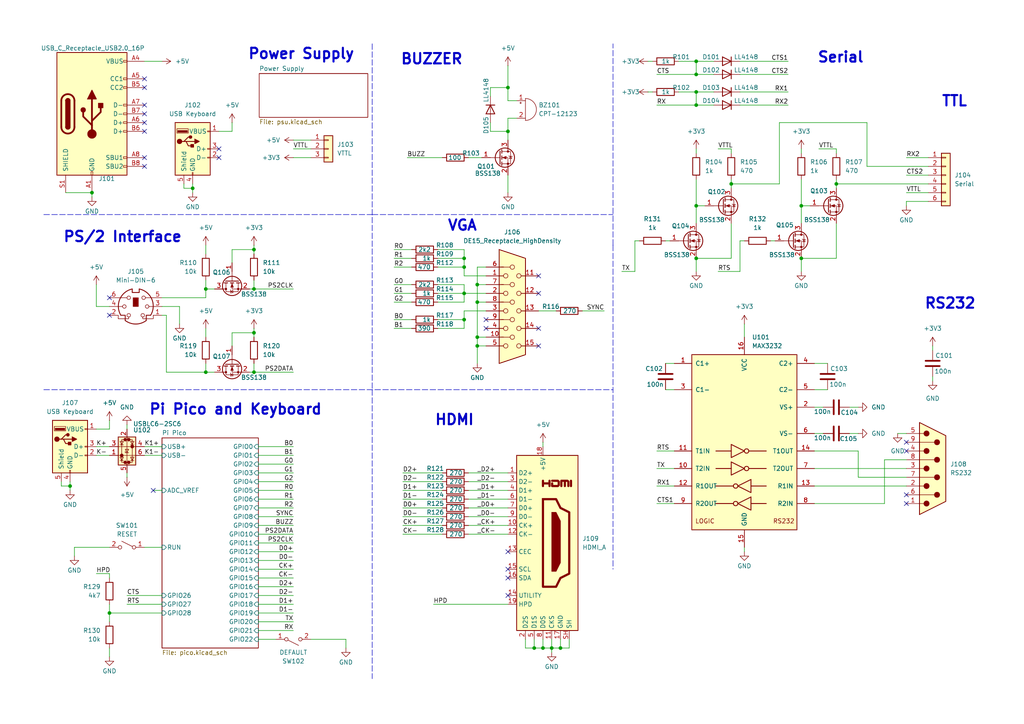
<source format=kicad_sch>
(kicad_sch (version 20231120) (generator "eeschema") (generator_version "8.0")
  (paper "A4")
  (title_block (title "VersaTerm Synthron Adaptation") (date "2024-09-26") (rev "1.0") (company "Synthron"))
  (junction (at 147.32 25.4))
  (junction (at 138.43 97.79))
  (junction (at 134.62 74.93))
  (junction (at 201.93 74.93))
  (junction (at 160.02 187.96))
  (junction (at 242.57 53.34))
  (junction (at 31.75 177.8))
  (junction (at 138.43 82.55))
  (junction (at 138.43 87.63))
  (junction (at 201.93 59.69))
  (junction (at 59.69 107.95))
  (junction (at 59.69 83.82))
  (junction (at 73.66 107.95))
  (junction (at 134.62 85.09))
  (junction (at 20.32 140.97))
  (junction (at 232.41 59.69))
  (junction (at 201.93 17.78))
  (junction (at 201.93 26.67))
  (junction (at 138.43 100.33))
  (junction (at 162.56 187.96))
  (junction (at 147.32 38.1))
  (junction (at 157.48 187.96))
  (junction (at 134.62 77.47))
  (junction (at 232.41 74.93))
  (junction (at 212.09 53.34))
  (junction (at 55.88 54.61))
  (junction (at 201.93 30.48))
  (junction (at 73.66 83.82))
  (junction (at 154.94 187.96))
  (junction (at 201.93 21.59))
  (junction (at 134.62 92.71))
  (junction (at 73.66 96.52))
  (junction (at 73.66 72.39))
  (junction (at 26.67 55.88))
  (no_connect (at 31.75 91.44))
  (no_connect (at 41.91 22.86))
  (no_connect (at 63.5 43.18))
  (no_connect (at 147.32 160.02))
  (no_connect (at 147.32 172.72))
  (no_connect (at 31.75 86.36))
  (no_connect (at 140.97 92.71))
  (no_connect (at 41.91 30.48))
  (no_connect (at 156.21 100.33))
  (no_connect (at 41.91 35.56))
  (no_connect (at 156.21 95.25))
  (no_connect (at 41.91 38.1))
  (no_connect (at 156.21 85.09))
  (no_connect (at 262.89 128.27))
  (no_connect (at 41.91 48.26))
  (no_connect (at 41.91 33.02))
  (no_connect (at 140.97 95.25))
  (no_connect (at 63.5 45.72))
  (no_connect (at 262.89 130.81))
  (no_connect (at 147.32 167.64))
  (no_connect (at 41.91 45.72))
  (no_connect (at 44.45 142.24))
  (no_connect (at 156.21 80.01))
  (no_connect (at 262.89 146.05))
  (no_connect (at 41.91 25.4))
  (no_connect (at 262.89 143.51))
  (no_connect (at 147.32 165.1))
  (wire (pts (xy 85.09 165.1) (xy 74.93 165.1)))
  (wire (pts (xy 270.51 109.22) (xy 270.51 110.49)))
  (wire (pts (xy 116.84 139.7) (xy 128.27 139.7)))
  (wire (pts (xy 41.91 132.08) (xy 46.99 132.08)))
  (wire (pts (xy 59.69 86.36) (xy 59.69 83.82)))
  (wire (pts (xy 52.07 93.98) (xy 52.07 88.9)))
  (wire (pts (xy 67.31 38.1) (xy 63.5 38.1)))
  (wire (pts (xy 251.46 48.26) (xy 269.24 48.26)))
  (wire (pts (xy 242.57 64.77) (xy 242.57 74.93)))
  (wire (pts (xy 212.09 64.77) (xy 212.09 74.93)))
  (wire (pts (xy 236.22 125.73) (xy 238.76 125.73)))
  (polyline (pts (xy 107.95 12.7) (xy 107.95 113.03)) (stroke (width 0) (type dash)))
  (wire (pts (xy 114.3 82.55) (xy 119.38 82.55)))
  (wire (pts (xy 135.89 45.72) (xy 139.7 45.72)))
  (wire (pts (xy 116.84 149.86) (xy 128.27 149.86)))
  (wire (pts (xy 201.93 30.48) (xy 201.93 26.67)))
  (wire (pts (xy 85.09 167.64) (xy 74.93 167.64)))
  (wire (pts (xy 73.66 71.12) (xy 73.66 72.39)))
  (wire (pts (xy 85.09 132.08) (xy 74.93 132.08)))
  (wire (pts (xy 201.93 52.07) (xy 201.93 59.69)))
  (wire (pts (xy 20.32 140.97) (xy 20.32 142.24)))
  (wire (pts (xy 134.62 87.63) (xy 134.62 85.09)))
  (wire (pts (xy 20.32 139.7) (xy 20.32 140.97)))
  (wire (pts (xy 262.89 45.72) (xy 269.24 45.72)))
  (wire (pts (xy 31.75 175.26) (xy 31.75 177.8)))
  (wire (pts (xy 193.04 105.41) (xy 195.58 105.41)))
  (wire (pts (xy 134.62 77.47) (xy 134.62 80.01)))
  (wire (pts (xy 85.09 172.72) (xy 74.93 172.72)))
  (wire (pts (xy 85.09 175.26) (xy 74.93 175.26)))
  (wire (pts (xy 135.89 152.4) (xy 147.32 152.4)))
  (wire (pts (xy 212.09 53.34) (xy 226.06 53.34)))
  (wire (pts (xy 157.48 187.96) (xy 154.94 187.96)))
  (wire (pts (xy 62.23 83.82) (xy 59.69 83.82)))
  (wire (pts (xy 74.93 149.86) (xy 85.09 149.86)))
  (wire (pts (xy 152.4 187.96) (xy 152.4 185.42)))
  (wire (pts (xy 114.3 95.25) (xy 119.38 95.25)))
  (wire (pts (xy 85.09 160.02) (xy 74.93 160.02)))
  (polyline (pts (xy 107.95 113.03) (xy 107.95 196.85)) (stroke (width 0) (type dash)))
  (wire (pts (xy 142.24 35.56) (xy 142.24 38.1)))
  (wire (pts (xy 156.21 90.17) (xy 161.29 90.17)))
  (wire (pts (xy 232.41 59.69) (xy 232.41 64.77)))
  (wire (pts (xy 85.09 162.56) (xy 74.93 162.56)))
  (wire (pts (xy 134.62 72.39) (xy 134.62 74.93)))
  (wire (pts (xy 208.28 43.18) (xy 212.09 43.18)))
  (wire (pts (xy 232.41 74.93) (xy 232.41 78.74)))
  (wire (pts (xy 138.43 87.63) (xy 140.97 87.63)))
  (wire (pts (xy 127 85.09) (xy 134.62 85.09)))
  (wire (pts (xy 59.69 95.25) (xy 59.69 97.79)))
  (wire (pts (xy 135.89 139.7) (xy 147.32 139.7)))
  (wire (pts (xy 201.93 17.78) (xy 207.01 17.78)))
  (wire (pts (xy 21.59 158.75) (xy 21.59 161.29)))
  (wire (pts (xy 116.84 147.32) (xy 128.27 147.32)))
  (wire (pts (xy 190.5 146.05) (xy 195.58 146.05)))
  (wire (pts (xy 114.3 72.39) (xy 119.38 72.39)))
  (wire (pts (xy 116.84 154.94) (xy 128.27 154.94)))
  (wire (pts (xy 85.09 129.54) (xy 74.93 129.54)))
  (wire (pts (xy 147.32 25.4) (xy 147.32 19.05)))
  (wire (pts (xy 48.26 91.44) (xy 46.99 91.44)))
  (wire (pts (xy 134.62 74.93) (xy 134.62 77.47)))
  (polyline (pts (xy 12.7 113.03) (xy 177.8 113.03)) (stroke (width 0) (type dash)))
  (wire (pts (xy 114.3 77.47) (xy 119.38 77.47)))
  (wire (pts (xy 127 77.47) (xy 134.62 77.47)))
  (wire (pts (xy 242.57 53.34) (xy 242.57 54.61)))
  (wire (pts (xy 74.93 180.34) (xy 85.09 180.34)))
  (wire (pts (xy 242.57 43.18) (xy 242.57 44.45)))
  (wire (pts (xy 116.84 137.16) (xy 128.27 137.16)))
  (wire (pts (xy 55.88 54.61) (xy 55.88 55.88)))
  (wire (pts (xy 135.89 149.86) (xy 147.32 149.86)))
  (wire (pts (xy 85.09 170.18) (xy 74.93 170.18)))
  (wire (pts (xy 53.34 53.34) (xy 53.34 54.61)))
  (polyline (pts (xy 12.7 62.23) (xy 107.95 62.23)) (stroke (width 0) (type dash)))
  (wire (pts (xy 36.83 175.26) (xy 46.99 175.26)))
  (wire (pts (xy 138.43 82.55) (xy 138.43 87.63)))
  (wire (pts (xy 214.63 78.74) (xy 214.63 69.85)))
  (wire (pts (xy 184.15 78.74) (xy 184.15 69.85)))
  (wire (pts (xy 256.54 146.05) (xy 256.54 133.35)))
  (wire (pts (xy 53.34 54.61) (xy 55.88 54.61)))
  (wire (pts (xy 62.23 107.95) (xy 59.69 107.95)))
  (wire (pts (xy 142.24 38.1) (xy 147.32 38.1)))
  (wire (pts (xy 236.22 105.41) (xy 240.03 105.41)))
  (wire (pts (xy 160.02 185.42) (xy 160.02 187.96)))
  (wire (pts (xy 212.09 53.34) (xy 212.09 54.61)))
  (wire (pts (xy 72.39 83.82) (xy 73.66 83.82)))
  (wire (pts (xy 59.69 107.95) (xy 59.69 105.41)))
  (wire (pts (xy 246.38 118.11) (xy 248.92 118.11)))
  (wire (pts (xy 147.32 40.64) (xy 147.32 38.1)))
  (wire (pts (xy 201.93 26.67) (xy 207.01 26.67)))
  (wire (pts (xy 214.63 26.67) (xy 228.6 26.67)))
  (wire (pts (xy 52.07 88.9) (xy 46.99 88.9)))
  (wire (pts (xy 138.43 100.33) (xy 138.43 105.41)))
  (wire (pts (xy 236.22 140.97) (xy 262.89 140.97)))
  (wire (pts (xy 236.22 118.11) (xy 238.76 118.11)))
  (wire (pts (xy 134.62 85.09) (xy 140.97 85.09)))
  (wire (pts (xy 232.41 59.69) (xy 234.95 59.69)))
  (wire (pts (xy 207.01 21.59) (xy 201.93 21.59)))
  (wire (pts (xy 147.32 29.21) (xy 147.32 25.4)))
  (wire (pts (xy 140.97 77.47) (xy 138.43 77.47)))
  (wire (pts (xy 73.66 96.52) (xy 73.66 97.79)))
  (wire (pts (xy 187.96 17.78) (xy 189.23 17.78)))
  (wire (pts (xy 157.48 185.42) (xy 157.48 187.96)))
  (wire (pts (xy 165.1 187.96) (xy 162.56 187.96)))
  (wire (pts (xy 212.09 43.18) (xy 212.09 44.45)))
  (wire (pts (xy 196.85 26.67) (xy 201.93 26.67)))
  (wire (pts (xy 27.94 132.08) (xy 31.75 132.08)))
  (wire (pts (xy 36.83 172.72) (xy 46.99 172.72)))
  (wire (pts (xy 72.39 107.95) (xy 73.66 107.95)))
  (wire (pts (xy 31.75 121.92) (xy 31.75 124.46)))
  (wire (pts (xy 135.89 154.94) (xy 147.32 154.94)))
  (wire (pts (xy 135.89 144.78) (xy 147.32 144.78)))
  (wire (pts (xy 214.63 30.48) (xy 228.6 30.48)))
  (wire (pts (xy 246.38 125.73) (xy 248.92 125.73)))
  (wire (pts (xy 214.63 21.59) (xy 228.6 21.59)))
  (wire (pts (xy 142.24 27.94) (xy 142.24 25.4)))
  (wire (pts (xy 67.31 35.56) (xy 67.31 38.1)))
  (wire (pts (xy 147.32 38.1) (xy 147.32 34.29)))
  (wire (pts (xy 127 72.39) (xy 134.62 72.39)))
  (polyline (pts (xy 107.95 62.23) (xy 177.8 62.23)) (stroke (width 0) (type dash)))
  (wire (pts (xy 134.62 90.17) (xy 140.97 90.17)))
  (wire (pts (xy 48.26 107.95) (xy 48.26 91.44)))
  (wire (pts (xy 73.66 72.39) (xy 67.31 72.39)))
  (wire (pts (xy 17.78 140.97) (xy 20.32 140.97)))
  (wire (pts (xy 17.78 139.7) (xy 17.78 140.97)))
  (wire (pts (xy 85.09 177.8) (xy 74.93 177.8)))
  (wire (pts (xy 201.93 43.18) (xy 201.93 44.45)))
  (wire (pts (xy 134.62 92.71) (xy 134.62 90.17)))
  (wire (pts (xy 74.93 157.48) (xy 85.09 157.48)))
  (wire (pts (xy 100.33 185.42) (xy 100.33 187.96)))
  (wire (pts (xy 232.41 52.07) (xy 232.41 59.69)))
  (wire (pts (xy 138.43 82.55) (xy 140.97 82.55)))
  (wire (pts (xy 242.57 53.34) (xy 269.24 53.34)))
  (wire (pts (xy 215.9 93.98) (xy 215.9 97.79)))
  (wire (pts (xy 127 87.63) (xy 134.62 87.63)))
  (wire (pts (xy 140.97 100.33) (xy 138.43 100.33)))
  (wire (pts (xy 73.66 72.39) (xy 73.66 73.66)))
  (wire (pts (xy 85.09 142.24) (xy 74.93 142.24)))
  (wire (pts (xy 44.45 142.24) (xy 46.99 142.24)))
  (wire (pts (xy 114.3 74.93) (xy 119.38 74.93)))
  (wire (pts (xy 242.57 74.93) (xy 232.41 74.93)))
  (wire (pts (xy 116.84 142.24) (xy 128.27 142.24)))
  (wire (pts (xy 138.43 87.63) (xy 138.43 97.79)))
  (wire (pts (xy 201.93 59.69) (xy 204.47 59.69)))
  (wire (pts (xy 67.31 72.39) (xy 67.31 76.2)))
  (wire (pts (xy 31.75 177.8) (xy 31.75 180.34)))
  (wire (pts (xy 27.94 166.37) (xy 31.75 166.37)))
  (wire (pts (xy 41.91 129.54) (xy 46.99 129.54)))
  (wire (pts (xy 262.89 55.88) (xy 269.24 55.88)))
  (wire (pts (xy 46.99 86.36) (xy 59.69 86.36)))
  (wire (pts (xy 73.66 96.52) (xy 67.31 96.52)))
  (wire (pts (xy 31.75 158.75) (xy 21.59 158.75)))
  (wire (pts (xy 85.09 137.16) (xy 74.93 137.16)))
  (wire (pts (xy 196.85 17.78) (xy 201.93 17.78)))
  (wire (pts (xy 262.89 58.42) (xy 262.89 59.69)))
  (wire (pts (xy 116.84 152.4) (xy 128.27 152.4)))
  (wire (pts (xy 85.09 139.7) (xy 74.93 139.7)))
  (wire (pts (xy 85.09 144.78) (xy 74.93 144.78)))
  (wire (pts (xy 201.93 21.59) (xy 201.93 17.78)))
  (wire (pts (xy 168.91 90.17) (xy 175.26 90.17)))
  (wire (pts (xy 190.5 135.89) (xy 195.58 135.89)))
  (wire (pts (xy 147.32 34.29) (xy 149.86 34.29)))
  (wire (pts (xy 160.02 187.96) (xy 160.02 189.23)))
  (wire (pts (xy 27.94 82.55) (xy 27.94 88.9)))
  (wire (pts (xy 85.09 147.32) (xy 74.93 147.32)))
  (wire (pts (xy 67.31 96.52) (xy 67.31 100.33)))
  (wire (pts (xy 236.22 130.81) (xy 248.92 130.81)))
  (wire (pts (xy 26.67 55.88) (xy 26.67 57.15)))
  (wire (pts (xy 190.5 21.59) (xy 201.93 21.59)))
  (wire (pts (xy 160.02 187.96) (xy 157.48 187.96)))
  (polyline (pts (xy 177.8 71.12) (xy 177.8 165.1)) (stroke (width 0) (type dash)))
  (wire (pts (xy 85.09 45.72) (xy 90.17 45.72)))
  (wire (pts (xy 190.5 30.48) (xy 201.93 30.48)))
  (wire (pts (xy 74.93 185.42) (xy 80.01 185.42)))
  (wire (pts (xy 31.75 177.8) (xy 46.99 177.8)))
  (wire (pts (xy 138.43 97.79) (xy 140.97 97.79)))
  (wire (pts (xy 31.75 166.37) (xy 31.75 167.64)))
  (wire (pts (xy 55.88 53.34) (xy 55.88 54.61)))
  (wire (pts (xy 134.62 80.01) (xy 140.97 80.01)))
  (wire (pts (xy 74.93 152.4) (xy 85.09 152.4)))
  (wire (pts (xy 138.43 77.47) (xy 138.43 82.55)))
  (wire (pts (xy 127 82.55) (xy 134.62 82.55)))
  (wire (pts (xy 201.93 59.69) (xy 201.93 64.77)))
  (wire (pts (xy 74.93 154.94) (xy 85.09 154.94)))
  (wire (pts (xy 127 95.25) (xy 134.62 95.25)))
  (wire (pts (xy 212.09 52.07) (xy 212.09 53.34)))
  (wire (pts (xy 256.54 133.35) (xy 262.89 133.35)))
  (wire (pts (xy 248.92 130.81) (xy 248.92 138.43)))
  (wire (pts (xy 236.22 113.03) (xy 240.03 113.03)))
  (wire (pts (xy 135.89 147.32) (xy 147.32 147.32)))
  (wire (pts (xy 73.66 107.95) (xy 73.66 105.41)))
  (wire (pts (xy 138.43 97.79) (xy 138.43 100.33)))
  (wire (pts (xy 41.91 17.78) (xy 46.99 17.78)))
  (wire (pts (xy 19.05 55.88) (xy 26.67 55.88)))
  (wire (pts (xy 242.57 52.07) (xy 242.57 53.34)))
  (wire (pts (xy 226.06 53.34) (xy 226.06 35.56)))
  (wire (pts (xy 134.62 95.25) (xy 134.62 92.71)))
  (wire (pts (xy 85.09 43.18) (xy 90.17 43.18)))
  (wire (pts (xy 73.66 95.25) (xy 73.66 96.52)))
  (wire (pts (xy 73.66 107.95) (xy 85.09 107.95)))
  (wire (pts (xy 208.28 78.74) (xy 214.63 78.74)))
  (wire (pts (xy 116.84 144.78) (xy 128.27 144.78)))
  (wire (pts (xy 251.46 35.56) (xy 251.46 48.26)))
  (wire (pts (xy 134.62 82.55) (xy 134.62 85.09)))
  (wire (pts (xy 135.89 142.24) (xy 147.32 142.24)))
  (wire (pts (xy 142.24 25.4) (xy 147.32 25.4)))
  (wire (pts (xy 127 74.93) (xy 134.62 74.93)))
  (wire (pts (xy 85.09 40.64) (xy 90.17 40.64)))
  (wire (pts (xy 46.99 158.75) (xy 41.91 158.75)))
  (wire (pts (xy 74.93 182.88) (xy 85.09 182.88)))
  (wire (pts (xy 223.52 69.85) (xy 224.79 69.85)))
  (wire (pts (xy 59.69 71.12) (xy 59.69 73.66)))
  (wire (pts (xy 114.3 92.71) (xy 119.38 92.71)))
  (wire (pts (xy 157.48 128.27) (xy 157.48 129.54)))
  (wire (pts (xy 248.92 138.43) (xy 262.89 138.43)))
  (wire (pts (xy 73.66 83.82) (xy 73.66 81.28)))
  (wire (pts (xy 260.35 125.73) (xy 262.89 125.73)))
  (wire (pts (xy 187.96 26.67) (xy 189.23 26.67)))
  (wire (pts (xy 212.09 74.93) (xy 201.93 74.93)))
  (wire (pts (xy 262.89 50.8) (xy 269.24 50.8)))
  (wire (pts (xy 154.94 187.96) (xy 152.4 187.96)))
  (wire (pts (xy 269.24 58.42) (xy 262.89 58.42)))
  (wire (pts (xy 59.69 83.82) (xy 59.69 81.28)))
  (wire (pts (xy 214.63 69.85) (xy 215.9 69.85)))
  (wire (pts (xy 190.5 140.97) (xy 195.58 140.97)))
  (wire (pts (xy 59.69 107.95) (xy 48.26 107.95)))
  (wire (pts (xy 193.04 113.03) (xy 195.58 113.03)))
  (wire (pts (xy 27.94 129.54) (xy 31.75 129.54)))
  (wire (pts (xy 149.86 29.21) (xy 147.32 29.21)))
  (wire (pts (xy 165.1 185.42) (xy 165.1 187.96)))
  (wire (pts (xy 114.3 87.63) (xy 119.38 87.63)))
  (wire (pts (xy 201.93 74.93) (xy 201.93 78.74)))
  (wire (pts (xy 36.83 138.43) (xy 36.83 137.16)))
  (wire (pts (xy 127 92.71) (xy 134.62 92.71)))
  (wire (pts (xy 190.5 130.81) (xy 195.58 130.81)))
  (wire (pts (xy 27.94 88.9) (xy 31.75 88.9)))
  (wire (pts (xy 236.22 135.89) (xy 262.89 135.89)))
  (wire (pts (xy 31.75 187.96) (xy 31.75 190.5)))
  (wire (pts (xy 270.51 100.33) (xy 270.51 101.6)))
  (wire (pts (xy 73.66 83.82) (xy 85.09 83.82)))
  (wire (pts (xy 162.56 187.96) (xy 160.02 187.96)))
  (wire (pts (xy 128.27 45.72) (xy 118.11 45.72)))
  (wire (pts (xy 31.75 124.46) (xy 27.94 124.46)))
  (wire (pts (xy 236.22 146.05) (xy 256.54 146.05)))
  (wire (pts (xy 237.49 43.18) (xy 242.57 43.18)))
  (wire (pts (xy 114.3 85.09) (xy 119.38 85.09)))
  (wire (pts (xy 193.04 69.85) (xy 194.31 69.85)))
  (wire (pts (xy 154.94 185.42) (xy 154.94 187.96)))
  (wire (pts (xy 214.63 17.78) (xy 228.6 17.78)))
  (wire (pts (xy 90.17 185.42) (xy 100.33 185.42)))
  (wire (pts (xy 36.83 124.46) (xy 36.83 123.19)))
  (wire (pts (xy 232.41 43.18) (xy 232.41 44.45)))
  (wire (pts (xy 147.32 55.88) (xy 147.32 50.8)))
  (wire (pts (xy 226.06 35.56) (xy 251.46 35.56)))
  (wire (pts (xy 215.9 158.75) (xy 215.9 160.02)))
  (wire (pts (xy 125.73 175.26) (xy 147.32 175.26)))
  (wire (pts (xy 85.09 134.62) (xy 74.93 134.62)))
  (wire (pts (xy 180.34 78.74) (xy 184.15 78.74)))
  (wire (pts (xy 184.15 69.85) (xy 185.42 69.85)))
  (wire (pts (xy 207.01 30.48) (xy 201.93 30.48)))
  (polyline (pts (xy 177.8 71.12) (xy 177.8 12.7)) (stroke (width 0) (type dash)))
  (wire (pts (xy 135.89 137.16) (xy 147.32 137.16)))
  (wire (pts (xy 162.56 185.42) (xy 162.56 187.96)))
  (text "Pi Pico and Keyboard" (at 68.326 118.872 0) (effects (font (size 3 3) (thickness 0.6) (bold yes))))
  (text "Serial" (at 243.84 16.764 0) (effects (font (size 3 3) (thickness 0.6) (bold yes))))
  (text "HDMI" (at 131.826 121.92 0) (effects (font (size 3 3) (thickness 0.6) (bold yes))))
  (text "BUZZER" (at 125.222 17.272 0) (effects (font (size 3 3) (thickness 0.6) (bold yes))))
  (text "VGA" (at 134.112 65.532 0) (effects (font (size 3 3) (thickness 0.6) (bold yes))))
  (text "TTL" (at 276.86 29.464 0) (effects (font (size 3 3) (thickness 0.6) (bold yes))))
  (text "PS/2 Interface" (at 35.56 68.834 0) (effects (font (size 3 3) (thickness 0.6) (bold yes))))
  (text "Power Supply" (at 87.376 15.748 0) (effects (font (size 3 3) (thickness 0.6) (bold yes))))
  (text "RS232" (at 275.59 88.138 0) (effects (font (size 3 3) (thickness 0.6) (bold yes))))
  (label "VTTL" (at 262.89 55.88 0) (effects (font (thickness 0.1588))))
  (label "_CK-" (at 138.43 154.94 0))
  (label "K+" (at 27.94 129.54 0))
  (label "RTS" (at 208.28 78.74 0))
  (label "VTTL" (at 237.49 43.18 0) (effects (font (thickness 0.1588))))
  (label "D0-" (at 85.09 162.56 180))
  (label "PS2CLK" (at 85.09 83.82 180))
  (label "G1" (at 114.3 85.09 0))
  (label "CTS2" (at 262.89 50.8 0) (effects (font (thickness 0.1588))))
  (label "D2-" (at 116.84 139.7 0))
  (label "B1" (at 114.3 95.25 0))
  (label "R0" (at 114.3 72.39 0))
  (label "R1" (at 114.3 74.93 0))
  (label "B1" (at 85.09 132.08 180))
  (label "_D1-" (at 138.43 144.78 0))
  (label "VTTL" (at 208.28 43.18 0) (effects (font (thickness 0.1588))))
  (label "G2" (at 114.3 87.63 0))
  (label "BUZZ" (at 118.11 45.72 0))
  (label "CTS" (at 36.83 172.72 0))
  (label "_D1+" (at 138.43 142.24 0))
  (label "RX2" (at 262.89 45.72 0) (effects (font (thickness 0.1588))))
  (label "RTS" (at 36.83 175.26 0))
  (label "D0-" (at 116.84 149.86 0))
  (label "TX" (at 180.34 78.74 0))
  (label "PS2DATA" (at 85.09 154.94 180))
  (label "CK+" (at 85.09 165.1 180))
  (label "CTS2" (at 228.6 21.59 180) (effects (font (thickness 0.1588))))
  (label "HPD" (at 125.73 175.26 0))
  (label "G2" (at 85.09 139.7 180))
  (label "TX" (at 85.09 180.34 180))
  (label "SYNC" (at 85.09 149.86 180))
  (label "D1+" (at 116.84 142.24 0))
  (label "RX" (at 190.5 30.48 0) (effects (font (thickness 0.1588))))
  (label "K1+" (at 41.91 129.54 0))
  (label "_D2+" (at 138.43 137.16 0))
  (label "CK+" (at 116.84 152.4 0))
  (label "D1-" (at 116.84 144.78 0))
  (label "TX" (at 190.5 135.89 0))
  (label "_CK+" (at 138.43 152.4 0))
  (label "R0" (at 85.09 142.24 180))
  (label "G1" (at 85.09 137.16 180))
  (label "_D0-" (at 138.43 149.86 0))
  (label "CTS1" (at 190.5 146.05 0))
  (label "BUZZ" (at 85.09 152.4 180))
  (label "PS2DATA" (at 85.09 107.95 180))
  (label "D1+" (at 85.09 175.26 180))
  (label "K-" (at 27.94 132.08 0))
  (label "CTS" (at 190.5 21.59 0) (effects (font (thickness 0.1588))))
  (label "D0+" (at 116.84 147.32 0) (effects (font (thickness 0.1588))))
  (label "PS2CLK" (at 85.09 157.48 180))
  (label "D1-" (at 85.09 177.8 180))
  (label "G0" (at 85.09 134.62 180))
  (label "RX" (at 85.09 182.88 180))
  (label "_D0+" (at 138.43 147.32 0))
  (label "RTS" (at 190.5 130.81 0))
  (label "RX1" (at 190.5 140.97 0))
  (label "G0" (at 114.3 82.55 0))
  (label "CK-" (at 116.84 154.94 0))
  (label "D2+" (at 116.84 137.16 0))
  (label "R2" (at 85.09 147.32 180))
  (label "B0" (at 114.3 92.71 0))
  (label "RX1" (at 228.6 26.67 180) (effects (font (thickness 0.1588))))
  (label "D2+" (at 85.09 170.18 180))
  (label "SYNC" (at 175.26 90.17 180))
  (label "RX2" (at 228.6 30.48 180) (effects (font (thickness 0.1588))))
  (label "R1" (at 85.09 144.78 180))
  (label "K1-" (at 41.91 132.08 0))
  (label "_D2-" (at 138.43 139.7 0))
  (label "HPD" (at 27.94 166.37 0))
  (label "D0+" (at 85.09 160.02 180) (effects (font (thickness 0.1588))))
  (label "B0" (at 85.09 129.54 180))
  (label "R2" (at 114.3 77.47 0))
  (label "CTS1" (at 228.6 17.78 180) (effects (font (thickness 0.1588))))
  (label "CK-" (at 85.09 167.64 180))
  (label "D2-" (at 85.09 172.72 180))
  (label "VTTL" (at 85.09 43.18 0))
  (symbol (lib_id "Device:R") (at 219.71 69.85 90) (unit 1)
    (property "Reference" "R132" (at 219.71 63.5 90))
    (property "Value" "1k" (at 219.71 66.04 90))
    (property "Footprint" "Resistor_SMD:R_0805_2012Metric" (effects (hide yes)))
    (property "Description" "Resistor" (effects (hide yes)))
  )
  (symbol (lib_id "Diode:LL4148") (at 142.24 31.75 90) (mirror x) (unit 1)
    (property "Reference" "D105" (at 140.97 36.322 0))
    (property "Value" "LL4148" (at 140.97 26.162 0))
    (property "Footprint" "Diode_SMD:D_MiniMELF" (effects (hide yes)))
    (property "Datasheet" "http://www.vishay.com/docs/85557/ll4148.pdf" (effects (hide yes)))
    (property "Description" "100V 0.15A standard switching diode, MiniMELF" (effects (hide yes)))
    (property "Sim.Device" "D" (effects (hide yes)))
    (property "Sim.Pins" "1=K 2=A" (effects (hide yes)))
  )
  (symbol (lib_id "Device:R") (at 123.19 92.71 90) (unit 1)
    (property "Reference" "R117" (at 131.572 91.44 90) (effects (justify left)))
    (property "Value" "1k" (at 124.968 92.71 90) (effects (justify left)))
    (property "Footprint" "Resistor_SMD:R_0805_2012Metric" (effects (hide yes)))
    (property "Description" "Resistor" (effects (hide yes)))
  )
  (symbol (lib_id "power:GND") (at 262.89 59.69 0) (unit 1)
    (property "Reference" "#PWR0113" (effects (hide yes)))
    (property "Value" "GND" (at 262.89 63.8231 0))
  )
  (symbol (lib_id "Device:C") (at 242.57 125.73 90) (unit 1)
    (property "Reference" "C105" (at 248.666 127.254 90) (effects (justify left)))
    (property "Value" "100n" (at 241.046 127 90) (effects (justify left)))
    (property "Footprint" "Capacitor_SMD:C_0805_2012Metric" (effects (hide yes)))
    (property "Description" "Unpolarized capacitor" (effects (hide yes)))
  )
  (symbol (lib_id "power:GND") (at 31.75 190.5 0) (unit 1)
    (property "Reference" "#PWR0138" (effects (hide yes)))
    (property "Value" "GND" (at 31.75 194.6331 0))
  )
  (symbol (lib_id "power:GND") (at 270.51 110.49 0) (unit 1)
    (property "Reference" "#PWR0125" (effects (hide yes)))
    (property "Value" "GND" (at 270.51 115.57 0))
    (property "Description" "Power symbol creates a global label with name \"GND\" , ground" (effects (hide yes)))
  )
  (symbol (lib_id "Switch:SW_SPST") (at 36.83 158.75 0) (mirror y) (unit 1)
    (property "Reference" "SW101" (at 36.83 152.4 0))
    (property "Value" "RESET" (at 36.83 154.94 0))
    (property "Footprint" "Button_Switch_THT:SW_SPST_Omron_B3F-315x_Angled" (effects (hide yes)))
    (property "Description" "Single Pole Single Throw (SPST) switch" (effects (hide yes)))
  )
  (symbol (lib_id "Connector:Mini-DIN-6") (at 39.37 88.9 0) (unit 1)
    (property "Reference" "J105" (at 39.3877 78.74 0))
    (property "Value" "Mini-DIN-6" (at 39.3877 81.28 0))
    (property "Footprint" "Eigene:57500711" (effects (hide yes)))
    (property "Datasheet" "http://service.powerdynamics.com/ec/Catalog17/Section%2011.pdf" (effects (hide yes)))
    (property "Description" "6-pin Mini-DIN connector" (effects (hide yes)))
  )
  (symbol (lib_id "Device:Buzzer") (at 152.4 31.75 0) (unit 1)
    (property "Reference" "BZ101" (at 156.21 30.4799 0) (effects (justify left)))
    (property "Value" "CPT-12123" (at 156.21 33.0199 0) (effects (justify left)))
    (property "Footprint" "Buzzer_Beeper:Buzzer_Mallory_AST1240MLQ" (effects (hide yes)))
    (property "Description" "Buzzer, polarized" (effects (hide yes)))
  )
  (symbol (lib_id "Device:R") (at 123.19 85.09 90) (unit 1)
    (property "Reference" "R114" (at 131.572 83.82 90) (effects (justify left)))
    (property "Value" "1k" (at 124.968 85.09 90) (effects (justify left)))
    (property "Footprint" "Resistor_SMD:R_0805_2012Metric" (effects (hide yes)))
    (property "Description" "Resistor" (effects (hide yes)))
  )
  (symbol (lib_id "Interface_UART:MAX3232") (at 215.9 128.27 0) (unit 1)
    (property "Reference" "U101" (at 218.0941 97.79 0) (effects (justify left)))
    (property "Value" "MAX3232" (at 218.0941 100.33 0) (effects (justify left)))
    (property "Footprint" "Package_SO:TSSOP-16_4.4x5mm_P0.65mm" (effects (hide yes)))
    (property "Datasheet" "https://datasheets.maximintegrated.com/en/ds/MAX3222-MAX3241.pdf" (effects (hide yes)))
    (property "Description" "3.0V to 5.5V, Low-Power, up to 1Mbps, True RS-232 Transceivers Using Four 0.1μF External Capacitors" (effects (hide yes)))
  )
  (symbol (lib_id "Connector:DE15_Receptacle_HighDensity") (at 148.59 90.17 0) (unit 1)
    (property "Reference" "J106" (at 148.59 67.31 0))
    (property "Value" "DE15_Receptacle_HighDensity" (at 148.59 69.85 0))
    (property "Footprint" "Connector_Dsub:DSUB-15-HD_Female_Horizontal_P2.29x1.98mm_EdgePinOffset8.35mm_Housed_MountingHolesOffset10.89mm" (effects (hide yes)))
    (property "Description" "15-pin female receptacle socket D-SUB connector, High density (3 columns), Triple Row, Generic, VGA-connector" (effects (hide yes)))
  )
  (symbol (lib_id "power:+5V") (at 27.94 82.55 0) (unit 1)
    (property "Reference" "#PWR0118" (effects (hide yes)))
    (property "Value" "+5V" (at 27.94 77.47 0))
    (property "Description" "Power symbol creates a global label with name \"+5V\"" (effects (hide yes)))
  )
  (symbol (lib_id "Device:C") (at 240.03 109.22 0) (unit 1)
    (property "Reference" "C103" (at 240.792 106.934 0) (effects (justify left)))
    (property "Value" "100n" (at 240.538 111.506 0) (effects (justify left)))
    (property "Footprint" "Capacitor_SMD:C_0805_2012Metric" (effects (hide yes)))
    (property "Description" "Unpolarized capacitor" (effects (hide yes)))
  )
  (symbol (lib_id "Device:R") (at 165.1 90.17 270) (mirror x) (unit 1)
    (property "Reference" "R116" (at 157.226 88.9 90) (effects (justify left)))
    (property "Value" "270" (at 163.322 90.17 90) (effects (justify left)))
    (property "Footprint" "Resistor_SMD:R_0805_2012Metric" (effects (hide yes)))
    (property "Description" "Resistor" (effects (hide yes)))
  )
  (symbol (lib_id "Transistor_FET:BSS138") (at 229.87 69.85 0) (unit 1)
    (property "Reference" "Q105" (at 225.044 65.278 0) (effects (justify left)))
    (property "Value" "BSS138" (at 223.012 73.914 0) (effects (justify left)))
    (property "Footprint" "Package_TO_SOT_SMD:SOT-23" (effects (hide yes)))
    (property "Datasheet" "https://www.onsemi.com/pub/Collateral/BSS138-D.PDF" (effects (hide yes)))
    (property "Description" "50V Vds, 0.22A Id, N-Channel MOSFET, SOT-23" (effects (hide yes)))
  )
  (symbol (lib_id "Device:R") (at 132.08 149.86 270) (mirror x) (unit 1)
    (property "Reference" "R126" (at 123.698 148.59 90) (effects (justify left)))
    (property "Value" "270" (at 130.302 149.86 90) (effects (justify left)))
    (property "Footprint" "Resistor_SMD:R_0805_2012Metric" (effects (hide yes)))
    (property "Description" "Resistor" (effects (hide yes)))
  )
  (symbol (lib_id "Device:R") (at 31.75 184.15 0) (mirror y) (unit 1)
    (property "Reference" "R130" (at 29.21 182.8799 0) (effects (justify left)))
    (property "Value" "10k" (at 29.21 185.4199 0) (effects (justify left)))
    (property "Footprint" "Resistor_SMD:R_0805_2012Metric" (effects (hide yes)))
    (property "Description" "Resistor" (effects (hide yes)))
  )
  (symbol (lib_id "Device:R") (at 132.08 142.24 270) (mirror x) (unit 1)
    (property "Reference" "R123" (at 123.698 140.97 90) (effects (justify left)))
    (property "Value" "270" (at 130.302 142.24 90) (effects (justify left)))
    (property "Footprint" "Resistor_SMD:R_0805_2012Metric" (effects (hide yes)))
    (property "Description" "Resistor" (effects (hide yes)))
  )
  (symbol (lib_id "Transistor_FET:BSS138") (at 144.78 45.72 0) (unit 1)
    (property "Reference" "Q101" (at 140.97 48.26 0))
    (property "Value" "BSS138" (at 141.478 50.292 0))
    (property "Footprint" "Package_TO_SOT_SMD:SOT-23" (effects (hide yes)))
    (property "Datasheet" "https://www.onsemi.com/pub/Collateral/BSS138-D.PDF" (effects (hide yes)))
    (property "Description" "50V Vds, 0.22A Id, N-Channel MOSFET, SOT-23" (effects (hide yes)))
  )
  (symbol (lib_id "power:GND") (at 100.33 187.96 0) (mirror y) (unit 1)
    (property "Reference" "#PWR0136" (effects (hide yes)))
    (property "Value" "GND" (at 100.33 192.0931 0))
  )
  (symbol (lib_id "Transistor_FET:BSS138") (at 67.31 105.41 90) (mirror x) (unit 1)
    (property "Reference" "Q107" (at 64.262 103.378 90))
    (property "Value" "BSS138" (at 73.66 109.474 90))
    (property "Footprint" "Package_TO_SOT_SMD:SOT-23" (effects (hide yes)))
    (property "Datasheet" "https://www.onsemi.com/pub/Collateral/BSS138-D.PDF" (effects (hide yes)))
    (property "Description" "50V Vds, 0.22A Id, N-Channel MOSFET, SOT-23" (effects (hide yes)))
  )
  (symbol (lib_id "Diode:LL4148") (at 210.82 17.78 0) (mirror y) (unit 1)
    (property "Reference" "D101" (at 206.248 16.51 0))
    (property "Value" "LL4148" (at 216.408 16.51 0))
    (property "Footprint" "Diode_SMD:D_MiniMELF" (effects (hide yes)))
    (property "Datasheet" "http://www.vishay.com/docs/85557/ll4148.pdf" (effects (hide yes)))
    (property "Description" "100V 0.15A standard switching diode, MiniMELF" (effects (hide yes)))
    (property "Sim.Device" "D" (effects (hide yes)))
    (property "Sim.Pins" "1=K 2=A" (effects (hide yes)))
  )
  (symbol (lib_id "Device:R") (at 132.08 144.78 270) (mirror x) (unit 1)
    (property "Reference" "R124" (at 123.698 143.51 90) (effects (justify left)))
    (property "Value" "270" (at 130.302 144.78 90) (effects (justify left)))
    (property "Footprint" "Resistor_SMD:R_0805_2012Metric" (effects (hide yes)))
    (property "Description" "Resistor" (effects (hide yes)))
  )
  (symbol (lib_id "power:+3V3") (at 215.9 93.98 0) (unit 1)
    (property "Reference" "#PWR0120" (effects (hide yes)))
    (property "Value" "+3V3" (at 215.9 88.9 0))
    (property "Description" "Power symbol creates a global label with name \"+3V3\"" (effects (hide yes)))
  )
  (symbol (lib_id "Connector_Generic:Conn_01x06") (at 274.32 50.8 0) (unit 1)
    (property "Reference" "J104" (at 276.86 50.7999 0) (effects (justify left)))
    (property "Value" "Serial" (at 276.86 53.3399 0) (effects (justify left)))
    (property "Footprint" "Connector_PinHeader_2.54mm:PinHeader_1x06_P2.54mm_Horizontal" (effects (hide yes)))
    (property "Description" "Generic connector, single row, 01x06, script generated (kicad-library-utils/schlib/autogen/connector/)" (effects (hide yes)))
  )
  (symbol (lib_id "Device:R") (at 123.19 87.63 90) (unit 1)
    (property "Reference" "R115" (at 131.572 86.36 90) (effects (justify left)))
    (property "Value" "470" (at 124.968 87.63 90) (effects (justify left)))
    (property "Footprint" "Resistor_SMD:R_0805_2012Metric" (effects (hide yes)))
    (property "Description" "Resistor" (effects (hide yes)))
  )
  (symbol (lib_id "Device:R") (at 212.09 48.26 0) (unit 1)
    (property "Reference" "R105" (at 214.63 46.9899 0) (effects (justify left)))
    (property "Value" "470" (at 214.63 49.5299 0) (effects (justify left)))
    (property "Footprint" "Resistor_SMD:R_0805_2012Metric" (effects (hide yes)))
    (property "Description" "Resistor" (effects (hide yes)))
  )
  (symbol (lib_id "Connector:DE9_Plug") (at 270.51 135.89 0) (unit 1)
    (property "Reference" "J108" (at 275.59 134.6199 0) (effects (justify left)))
    (property "Value" "RS232" (at 275.59 137.1599 0) (effects (justify left)))
    (property "Footprint" "Connector_Dsub:DSUB-9_Male_Horizontal_P2.77x2.84mm_EdgePinOffset7.70mm_Housed_MountingHolesOffset9.12mm" (effects (hide yes)))
    (property "Description" "9-pin male plug pin D-SUB connector" (effects (hide yes)))
  )
  (symbol (lib_id "power:+5V") (at 31.75 121.92 0) (unit 1)
    (property "Reference" "#PWR0127" (effects (hide yes)))
    (property "Value" "+5V" (at 31.75 116.84 0))
    (property "Description" "Power symbol creates a global label with name \"+5V\"" (effects (hide yes)))
  )
  (symbol (lib_id "Connector:USB_C_Receptacle_USB2.0_16P") (at 26.67 33.02 0) (unit 1)
    (property "Reference" "J101" (at 30.988 51.816 0))
    (property "Value" "USB_C_Receptacle_USB2.0_16P" (at 26.924 13.97 0))
    (property "Footprint" "Connector_USB:USB_C_Receptacle_G-Switch_GT-USB-7010ASV" (effects (hide yes)))
    (property "Datasheet" "https://www.usb.org/sites/default/files/documents/usb_type-c.zip" (effects (hide yes)))
    (property "Description" "USB 2.0-only 16P Type-C Receptacle connector" (effects (hide yes)))
  )
  (symbol (lib_id "power:+5V") (at 46.99 17.78 270) (unit 1)
    (property "Reference" "#PWR0101" (effects (hide yes)))
    (property "Value" "+5V" (at 50.8 17.7799 90) (effects (justify left)))
    (property "Description" "Power symbol creates a global label with name \"+5V\"" (effects (hide yes)))
  )
  (symbol (lib_id "Diode:LL4148") (at 210.82 26.67 0) (mirror y) (unit 1)
    (property "Reference" "D103" (at 206.248 25.4 0))
    (property "Value" "LL4148" (at 216.408 25.4 0))
    (property "Footprint" "Diode_SMD:D_MiniMELF" (effects (hide yes)))
    (property "Datasheet" "http://www.vishay.com/docs/85557/ll4148.pdf" (effects (hide yes)))
    (property "Description" "100V 0.15A standard switching diode, MiniMELF" (effects (hide yes)))
    (property "Sim.Device" "D" (effects (hide yes)))
    (property "Sim.Pins" "1=K 2=A" (effects (hide yes)))
  )
  (symbol (lib_id "Device:R") (at 73.66 101.6 0) (unit 1)
    (property "Reference" "R120" (at 76.2 100.3299 0) (effects (justify left)))
    (property "Value" "10k" (at 76.2 102.8699 0) (effects (justify left)))
    (property "Footprint" "Resistor_SMD:R_0805_2012Metric" (effects (hide yes)))
    (property "Description" "Resistor" (effects (hide yes)))
  )
  (symbol (lib_id "Diode:LL4148") (at 210.82 21.59 0) (mirror y) (unit 1)
    (property "Reference" "D102" (at 206.248 20.32 0))
    (property "Value" "LL4148" (at 216.408 20.32 0))
    (property "Footprint" "Diode_SMD:D_MiniMELF" (effects (hide yes)))
    (property "Datasheet" "http://www.vishay.com/docs/85557/ll4148.pdf" (effects (hide yes)))
    (property "Description" "100V 0.15A standard switching diode, MiniMELF" (effects (hide yes)))
    (property "Sim.Device" "D" (effects (hide yes)))
    (property "Sim.Pins" "1=K 2=A" (effects (hide yes)))
  )
  (symbol (lib_id "power:GND") (at 248.92 118.11 90) (unit 1)
    (property "Reference" "#PWR0126" (effects (hide yes)))
    (property "Value" "GND" (at 252.73 118.1099 90) (effects (justify right)))
  )
  (symbol (lib_id "Device:R") (at 189.23 69.85 90) (unit 1)
    (property "Reference" "R131" (at 189.23 63.5 90))
    (property "Value" "1k" (at 189.23 66.04 90))
    (property "Footprint" "Resistor_SMD:R_0805_2012Metric" (effects (hide yes)))
    (property "Description" "Resistor" (effects (hide yes)))
  )
  (symbol (lib_id "Device:R") (at 242.57 48.26 0) (unit 1)
    (property "Reference" "R107" (at 245.11 46.9899 0) (effects (justify left)))
    (property "Value" "470" (at 245.11 49.5299 0) (effects (justify left)))
    (property "Footprint" "Resistor_SMD:R_0805_2012Metric" (effects (hide yes)))
    (property "Description" "Resistor" (effects (hide yes)))
  )
  (symbol (lib_id "power:GND") (at 201.93 78.74 0) (unit 1)
    (property "Reference" "#PWR0116" (effects (hide yes)))
    (property "Value" "GND" (at 201.93 82.8731 0))
  )
  (symbol (lib_id "Device:R") (at 201.93 48.26 0) (unit 1)
    (property "Reference" "R104" (at 204.47 46.9899 0) (effects (justify left)))
    (property "Value" "1k" (at 204.47 49.5299 0) (effects (justify left)))
    (property "Footprint" "Resistor_SMD:R_0805_2012Metric" (effects (hide yes)))
    (property "Description" "Resistor" (effects (hide yes)))
  )
  (symbol (lib_id "Connector:HDMI_A") (at 157.48 157.48 0) (unit 1)
    (property "Reference" "J109" (at 168.91 156.2099 0) (effects (justify left)))
    (property "Value" "HDMI_A" (at 168.91 158.7499 0) (effects (justify left)))
    (property "Footprint" "Eigene:AMPHENOL_10029449-111RLF" (effects (hide yes)))
    (property "Datasheet" "https://en.wikipedia.org/wiki/HDMI" (effects (hide yes)))
    (property "Description" "HDMI type A connector" (effects (hide yes)))
  )
  (symbol (lib_id "Device:R") (at 59.69 77.47 0) (mirror y) (unit 1)
    (property "Reference" "R110" (at 57.15 76.1999 0) (effects (justify left)))
    (property "Value" "10k" (at 57.15 78.7399 0) (effects (justify left)))
    (property "Footprint" "Resistor_SMD:R_0805_2012Metric" (effects (hide yes)))
    (property "Description" "Resistor" (effects (hide yes)))
  )
  (symbol (lib_id "power:+5V") (at 59.69 95.25 0) (unit 1)
    (property "Reference" "#PWR0121" (effects (hide yes)))
    (property "Value" "+5V" (at 59.69 90.17 0))
    (property "Description" "Power symbol creates a global label with name \"+5V\"" (effects (hide yes)))
  )
  (symbol (lib_id "power:GND") (at 20.32 142.24 0) (unit 1)
    (property "Reference" "#PWR0133" (effects (hide yes)))
    (property "Value" "GND" (at 20.32 146.3731 0))
  )
  (symbol (lib_id "power:+3V3") (at 187.96 26.67 90) (unit 1)
    (property "Reference" "#PWR0104" (effects (hide yes)))
    (property "Value" "+3V3" (at 182.88 26.67 90))
    (property "Description" "Power symbol creates a global label with name \"+3V3\"" (effects (hide yes)))
  )
  (symbol (lib_id "Device:R") (at 132.08 137.16 270) (mirror x) (unit 1)
    (property "Reference" "R121" (at 123.698 135.89 90) (effects (justify left)))
    (property "Value" "270" (at 130.302 137.16 90) (effects (justify left)))
    (property "Footprint" "Resistor_SMD:R_0805_2012Metric" (effects (hide yes)))
    (property "Description" "Resistor" (effects (hide yes)))
  )
  (symbol (lib_id "Device:R") (at 73.66 77.47 0) (unit 1)
    (property "Reference" "R111" (at 76.2 76.1999 0) (effects (justify left)))
    (property "Value" "10k" (at 76.2 78.7399 0) (effects (justify left)))
    (property "Footprint" "Resistor_SMD:R_0805_2012Metric" (effects (hide yes)))
    (property "Description" "Resistor" (effects (hide yes)))
  )
  (symbol (lib_id "Device:R") (at 132.08 139.7 270) (mirror x) (unit 1)
    (property "Reference" "R122" (at 123.698 138.43 90) (effects (justify left)))
    (property "Value" "270" (at 130.302 139.7 90) (effects (justify left)))
    (property "Footprint" "Resistor_SMD:R_0805_2012Metric" (effects (hide yes)))
    (property "Description" "Resistor" (effects (hide yes)))
  )
  (symbol (lib_id "power:GND") (at 147.32 55.88 0) (unit 1)
    (property "Reference" "#PWR0111" (effects (hide yes)))
    (property "Value" "GND" (at 147.32 60.0131 0))
  )
  (symbol (lib_id "power:+3V3") (at 270.51 100.33 0) (unit 1)
    (property "Reference" "#PWR0123" (effects (hide yes)))
    (property "Value" "+3V3" (at 270.51 95.25 0))
    (property "Description" "Power symbol creates a global label with name \"+3V3\"" (effects (hide yes)))
  )
  (symbol (lib_id "Device:R") (at 193.04 17.78 90) (unit 1)
    (property "Reference" "R101" (at 200.152 16.51 90) (effects (justify left)))
    (property "Value" "1k" (at 194.31 17.78 90) (effects (justify left)))
    (property "Footprint" "Resistor_SMD:R_0805_2012Metric" (effects (hide yes)))
    (property "Description" "Resistor" (effects (hide yes)))
  )
  (symbol (lib_id "Device:C") (at 270.51 105.41 0) (unit 1)
    (property "Reference" "C101" (at 271.272 103.124 0) (effects (justify left)))
    (property "Value" "100n" (at 271.018 107.696 0) (effects (justify left)))
    (property "Footprint" "Capacitor_SMD:C_0805_2012Metric" (effects (hide yes)))
    (property "Description" "Unpolarized capacitor" (effects (hide yes)))
  )
  (symbol (lib_id "Device:C") (at 242.57 118.11 90) (unit 1)
    (property "Reference" "C104" (at 248.92 119.634 90) (effects (justify left)))
    (property "Value" "100n" (at 241.046 119.38 90) (effects (justify left)))
    (property "Footprint" "Capacitor_SMD:C_0805_2012Metric" (effects (hide yes)))
    (property "Description" "Unpolarized capacitor" (effects (hide yes)))
  )
  (symbol (lib_id "power:GND") (at 260.35 125.73 0) (unit 1)
    (property "Reference" "#PWR0130" (effects (hide yes)))
    (property "Value" "GND" (at 260.35 130.81 0))
  )
  (symbol (lib_id "Device:R") (at 132.08 45.72 90) (unit 1)
    (property "Reference" "R103" (at 139.192 44.45 90) (effects (justify left)))
    (property "Value" "100" (at 133.858 45.72 90) (effects (justify left)))
    (property "Footprint" "Resistor_SMD:R_0805_2012Metric" (effects (hide yes)))
    (property "Description" "Resistor" (effects (hide yes)))
  )
  (symbol (lib_id "Connector:USB_A") (at 55.88 43.18 0) (unit 1)
    (property "Reference" "J102" (at 55.88 30.48 0))
    (property "Value" "USB Keyboard" (at 55.88 33.02 0))
    (property "Footprint" "Connector_USB:USB_A_CONNFLY_DS1095-WNR0" (effects (hide yes)))
    (property "Description" "USB Type A connector" (effects (hide yes)))
  )
  (symbol (lib_id "Transistor_FET:BSS138") (at 67.31 81.28 90) (mirror x) (unit 1)
    (property "Reference" "Q106" (at 64.262 78.994 90))
    (property "Value" "BSS138" (at 73.66 85.344 90))
    (property "Footprint" "Package_TO_SOT_SMD:SOT-23" (effects (hide yes)))
    (property "Datasheet" "https://www.onsemi.com/pub/Collateral/BSS138-D.PDF" (effects (hide yes)))
    (property "Description" "50V Vds, 0.22A Id, N-Channel MOSFET, SOT-23" (effects (hide yes)))
  )
  (symbol (lib_id "power:+3V3") (at 232.41 43.18 0) (unit 1)
    (property "Reference" "#PWR0108" (effects (hide yes)))
    (property "Value" "+3V3" (at 232.41 38.1 0))
    (property "Description" "Power symbol creates a global label with name \"+3V3\"" (effects (hide yes)))
  )
  (symbol (lib_id "power:GND") (at 232.41 78.74 0) (unit 1)
    (property "Reference" "#PWR0117" (effects (hide yes)))
    (property "Value" "GND" (at 232.41 82.8731 0))
  )
  (symbol (lib_id "Device:R") (at 59.69 101.6 0) (mirror y) (unit 1)
    (property "Reference" "R119" (at 57.15 100.3299 0) (effects (justify left)))
    (property "Value" "10k" (at 57.15 102.8699 0) (effects (justify left)))
    (property "Footprint" "Resistor_SMD:R_0805_2012Metric" (effects (hide yes)))
    (property "Description" "Resistor" (effects (hide yes)))
  )
  (symbol (lib_id "power:+5V") (at 147.32 19.05 0) (unit 1)
    (property "Reference" "#PWR0103" (effects (hide yes)))
    (property "Value" "+5V" (at 147.32 13.97 0))
    (property "Description" "Power symbol creates a global label with name \"+5V\"" (effects (hide yes)))
  )
  (symbol (lib_id "Device:R") (at 123.19 72.39 90) (unit 1)
    (property "Reference" "R108" (at 131.572 71.12 90) (effects (justify left)))
    (property "Value" "2k2" (at 124.968 72.39 90) (effects (justify left)))
    (property "Footprint" "Resistor_SMD:R_0805_2012Metric" (effects (hide yes)))
    (property "Description" "Resistor" (effects (hide yes)))
  )
  (symbol (lib_id "power:+3V3") (at 201.93 43.18 0) (unit 1)
    (property "Reference" "#PWR0107" (effects (hide yes)))
    (property "Value" "+3V3" (at 201.93 38.1 0))
    (property "Description" "Power symbol creates a global label with name \"+3V3\"" (effects (hide yes)))
  )
  (symbol (lib_id "power:GND") (at 248.92 125.73 90) (unit 1)
    (property "Reference" "#PWR0129" (effects (hide yes)))
    (property "Value" "GND" (at 252.73 125.7299 90) (effects (justify right)))
  )
  (symbol (lib_id "power:+3V3") (at 187.96 17.78 90) (unit 1)
    (property "Reference" "#PWR0102" (effects (hide yes)))
    (property "Value" "+3V3" (at 182.88 17.78 90))
    (property "Description" "Power symbol creates a global label with name \"+3V3\"" (effects (hide yes)))
  )
  (symbol (lib_id "Transistor_FET:BSS138") (at 240.03 59.69 0) (unit 1)
    (property "Reference" "Q103" (at 234.95 55.372 0) (effects (justify left)))
    (property "Value" "BSS138" (at 233.172 63.754 0) (effects (justify left)))
    (property "Footprint" "Package_TO_SOT_SMD:SOT-23" (effects (hide yes)))
    (property "Datasheet" "https://www.onsemi.com/pub/Collateral/BSS138-D.PDF" (effects (hide yes)))
    (property "Description" "50V Vds, 0.22A Id, N-Channel MOSFET, SOT-23" (effects (hide yes)))
  )
  (symbol (lib_id "Device:R") (at 123.19 74.93 90) (unit 1)
    (property "Reference" "R109" (at 131.572 73.66 90) (effects (justify left)))
    (property "Value" "1k" (at 124.968 74.93 90) (effects (justify left)))
    (property "Footprint" "Resistor_SMD:R_0805_2012Metric" (effects (hide yes)))
    (property "Description" "Resistor" (effects (hide yes)))
  )
  (symbol (lib_id "Device:R") (at 232.41 48.26 0) (unit 1)
    (property "Reference" "R106" (at 234.95 46.9899 0) (effects (justify left)))
    (property "Value" "1k" (at 234.95 49.5299 0) (effects (justify left)))
    (property "Footprint" "Resistor_SMD:R_0805_2012Metric" (effects (hide yes)))
    (property "Description" "Resistor" (effects (hide yes)))
  )
  (symbol (lib_id "Device:C") (at 193.04 109.22 0) (mirror y) (unit 1)
    (property "Reference" "C102" (at 192.278 106.934 0) (effects (justify left)))
    (property "Value" "100n" (at 192.532 111.506 0) (effects (justify left)))
    (property "Footprint" "Capacitor_SMD:C_0805_2012Metric" (effects (hide yes)))
    (property "Description" "Unpolarized capacitor" (effects (hide yes)))
  )
  (symbol (lib_id "power:+5V") (at 59.69 71.12 0) (unit 1)
    (property "Reference" "#PWR0114" (effects (hide yes)))
    (property "Value" "+5V" (at 59.69 66.04 0))
    (property "Description" "Power symbol creates a global label with name \"+5V\"" (effects (hide yes)))
  )
  (symbol (lib_id "power:+5V") (at 157.48 128.27 0) (unit 1)
    (property "Reference" "#PWR0131" (effects (hide yes)))
    (property "Value" "+5V" (at 157.48 123.19 0))
    (property "Description" "Power symbol creates a global label with name \"+5V\"" (effects (hide yes)))
  )
  (symbol (lib_id "Power_Protection:USBLC6-2SC6") (at 36.83 132.08 0) (mirror x) (unit 1)
    (property "Reference" "U102" (at 38.608 124.714 0) (effects (justify left)))
    (property "Value" "USBLC6-2SC6" (at 38.608 122.936 0) (effects (justify left)))
    (property "Footprint" "Package_TO_SOT_SMD:SOT-23-6" (effects (hide yes)))
    (property "Datasheet" "https://www.st.com/resource/en/datasheet/usblc6-2.pdf" (effects (hide yes)))
    (property "Description" "Very low capacitance ESD protection diode, 2 data-line, SOT-23-6" (effects (hide yes)))
  )
  (symbol (lib_id "Transistor_FET:BSS138") (at 209.55 59.69 0) (unit 1)
    (property "Reference" "Q102" (at 205.232 55.626 0) (effects (justify left)))
    (property "Value" "BSS138" (at 202.692 63.754 0) (effects (justify left)))
    (property "Footprint" "Package_TO_SOT_SMD:SOT-23" (effects (hide yes)))
    (property "Datasheet" "https://www.onsemi.com/pub/Collateral/BSS138-D.PDF" (effects (hide yes)))
    (property "Description" "50V Vds, 0.22A Id, N-Channel MOSFET, SOT-23" (effects (hide yes)))
  )
  (symbol (lib_id "Transistor_FET:BSS138") (at 199.39 69.85 0) (unit 1)
    (property "Reference" "Q104" (at 194.818 65.532 0) (effects (justify left)))
    (property "Value" "BSS138" (at 192.532 73.914 0) (effects (justify left)))
    (property "Footprint" "Package_TO_SOT_SMD:SOT-23" (effects (hide yes)))
    (property "Datasheet" "https://www.onsemi.com/pub/Collateral/BSS138-D.PDF" (effects (hide yes)))
    (property "Description" "50V Vds, 0.22A Id, N-Channel MOSFET, SOT-23" (effects (hide yes)))
  )
  (symbol (lib_id "Device:R") (at 132.08 147.32 270) (mirror x) (unit 1)
    (property "Reference" "R125" (at 123.698 146.05 90) (effects (justify left)))
    (property "Value" "270" (at 130.302 147.32 90) (effects (justify left)))
    (property "Footprint" "Resistor_SMD:R_0805_2012Metric" (effects (hide yes)))
    (property "Description" "Resistor" (effects (hide yes)))
  )
  (symbol (lib_id "power:GND") (at 160.02 189.23 0) (unit 1)
    (property "Reference" "#PWR0137" (effects (hide yes)))
    (property "Value" "GND" (at 160.02 193.3631 0))
  )
  (symbol (lib_id "Connector_Generic:Conn_01x03") (at 95.25 43.18 0) (unit 1)
    (property "Reference" "J103" (at 97.79 41.9099 0) (effects (justify left)))
    (property "Value" "VTTL" (at 97.79 44.4499 0) (effects (justify left)))
    (property "Footprint" "Connector_PinHeader_2.54mm:PinHeader_1x03_P2.54mm_Horizontal" (effects (hide yes)))
    (property "Description" "Generic connector, single row, 01x03, script generated (kicad-library-utils/schlib/autogen/connector/)" (effects (hide yes)))
  )
  (symbol (lib_id "power:+3V3") (at 73.66 71.12 0) (unit 1)
    (property "Reference" "#PWR0115" (effects (hide yes)))
    (property "Value" "+3V3" (at 73.66 66.04 0))
    (property "Description" "Power symbol creates a global label with name \"+3V3\"" (effects (hide yes)))
  )
  (symbol (lib_id "Connector:USB_A") (at 20.32 129.54 0) (unit 1)
    (property "Reference" "J107" (at 20.32 116.84 0))
    (property "Value" "USB Keyboard" (at 20.32 119.38 0))
    (property "Footprint" "Connector_USB:USB_A_CONNFLY_DS1095-WNR0" (effects (hide yes)))
    (property "Description" "USB Type A connector" (effects (hide yes)))
  )
  (symbol (lib_id "power:GND") (at 26.67 57.15 0) (unit 1)
    (property "Reference" "#PWR0112" (effects (hide yes)))
    (property "Value" "GND" (at 26.67 61.2831 0))
  )
  (symbol (lib_id "power:+3V3") (at 73.66 95.25 0) (unit 1)
    (property "Reference" "#PWR0122" (effects (hide yes)))
    (property "Value" "+3V3" (at 73.66 90.17 0))
    (property "Description" "Power symbol creates a global label with name \"+3V3\"" (effects (hide yes)))
  )
  (symbol (lib_id "Switch:SW_SPST") (at 85.09 185.42 0) (mirror x) (unit 1)
    (property "Reference" "SW102" (at 85.09 191.77 0))
    (property "Value" "DEFAULT" (at 85.09 189.23 0))
    (property "Footprint" "Button_Switch_THT:SW_SPST_Omron_B3F-315x_Angled" (effects (hide yes)))
    (property "Description" "Single Pole Single Throw (SPST) switch" (effects (hide yes)))
  )
  (symbol (lib_id "Device:R") (at 193.04 26.67 90) (unit 1)
    (property "Reference" "R102" (at 200.152 25.4 90) (effects (justify left)))
    (property "Value" "1k" (at 194.31 26.67 90) (effects (justify left)))
    (property "Footprint" "Resistor_SMD:R_0805_2012Metric" (effects (hide yes)))
    (property "Description" "Resistor" (effects (hide yes)))
  )
  (symbol (lib_id "power:+5V") (at 36.83 138.43 0) (mirror x) (unit 1)
    (property "Reference" "#PWR0128" (effects (hide yes)))
    (property "Value" "+5V" (at 36.83 143.51 0))
    (property "Description" "Power symbol creates a global label with name \"+5V\"" (effects (hide yes)))
  )
  (symbol (lib_id "Device:R") (at 123.19 82.55 90) (unit 1)
    (property "Reference" "R113" (at 131.572 81.28 90) (effects (justify left)))
    (property "Value" "2k2" (at 124.968 82.55 90) (effects (justify left)))
    (property "Footprint" "Resistor_SMD:R_0805_2012Metric" (effects (hide yes)))
    (property "Description" "Resistor" (effects (hide yes)))
  )
  (symbol (lib_id "Device:R") (at 132.08 152.4 270) (mirror x) (unit 1)
    (property "Reference" "R127" (at 123.698 151.13 90) (effects (justify left)))
    (property "Value" "270" (at 130.302 152.4 90) (effects (justify left)))
    (property "Footprint" "Resistor_SMD:R_0805_2012Metric" (effects (hide yes)))
    (property "Description" "Resistor" (effects (hide yes)))
  )
  (symbol (lib_id "Diode:LL4148") (at 210.82 30.48 0) (mirror y) (unit 1)
    (property "Reference" "D104" (at 206.248 29.21 0))
    (property "Value" "LL4148" (at 216.408 29.21 0))
    (property "Footprint" "Diode_SMD:D_MiniMELF" (effects (hide yes)))
    (property "Datasheet" "http://www.vishay.com/docs/85557/ll4148.pdf" (effects (hide yes)))
    (property "Description" "100V 0.15A standard switching diode, MiniMELF" (effects (hide yes)))
    (property "Sim.Device" "D" (effects (hide yes)))
    (property "Sim.Pins" "1=K 2=A" (effects (hide yes)))
  )
  (symbol (lib_id "Device:R") (at 132.08 154.94 270) (mirror x) (unit 1)
    (property "Reference" "R128" (at 123.698 153.67 90) (effects (justify left)))
    (property "Value" "270" (at 130.302 154.94 90) (effects (justify left)))
    (property "Footprint" "Resistor_SMD:R_0805_2012Metric" (effects (hide yes)))
    (property "Description" "Resistor" (effects (hide yes)))
  )
  (symbol (lib_id "power:GND") (at 52.07 93.98 0) (unit 1)
    (property "Reference" "#PWR0119" (effects (hide yes)))
    (property "Value" "GND" (at 52.07 98.1131 0))
  )
  (symbol (lib_id "power:GND") (at 21.59 161.29 0) (unit 1)
    (property "Reference" "#PWR0135" (effects (hide yes)))
    (property "Value" "GND" (at 21.59 165.4231 0))
  )
  (symbol (lib_id "Device:R") (at 31.75 171.45 0) (mirror y) (unit 1)
    (property "Reference" "R129" (at 29.21 170.1799 0) (effects (justify left)))
    (property "Value" "4k7" (at 29.21 172.7199 0) (effects (justify left)))
    (property "Footprint" "Resistor_SMD:R_0805_2012Metric" (effects (hide yes)))
    (property "Description" "Resistor" (effects (hide yes)))
  )
  (symbol (lib_id "power:+3V3") (at 85.09 45.72 90) (unit 1)
    (property "Reference" "#PWR0109" (effects (hide yes)))
    (property "Value" "+3V3" (at 81.28 45.7199 90) (effects (justify left)))
    (property "Description" "Power symbol creates a global label with name \"+3V3\"" (effects (hide yes)))
  )
  (symbol (lib_id "power:GND") (at 36.83 123.19 0) (mirror x) (unit 1)
    (property "Reference" "#PWR0132" (effects (hide yes)))
    (property "Value" "GND" (at 36.83 118.11 0))
    (property "Description" "Power symbol creates a global label with name \"GND\" , ground" (effects (hide yes)))
  )
  (symbol (lib_id "power:+5V") (at 85.09 40.64 90) (unit 1)
    (property "Reference" "#PWR0106" (effects (hide yes)))
    (property "Value" "+5V" (at 81.28 40.6399 90) (effects (justify left)))
    (property "Description" "Power symbol creates a global label with name \"+5V\"" (effects (hide yes)))
  )
  (symbol (lib_id "Device:R") (at 123.19 77.47 90) (unit 1)
    (property "Reference" "R112" (at 131.572 76.2 90) (effects (justify left)))
    (property "Value" "470" (at 124.968 77.47 90) (effects (justify left)))
    (property "Footprint" "Resistor_SMD:R_0805_2012Metric" (effects (hide yes)))
    (property "Description" "Resistor" (effects (hide yes)))
  )
  (symbol (lib_id "power:GND") (at 55.88 55.88 0) (unit 1)
    (property "Reference" "#PWR0110" (effects (hide yes)))
    (property "Value" "GND" (at 55.88 60.0131 0))
  )
  (symbol (lib_id "power:GND") (at 215.9 160.02 0) (unit 1)
    (property "Reference" "#PWR0134" (effects (hide yes)))
    (property "Value" "GND" (at 215.9 164.1531 0))
  )
  (symbol (lib_id "Device:R") (at 123.19 95.25 90) (unit 1)
    (property "Reference" "R118" (at 131.572 93.98 90) (effects (justify left)))
    (property "Value" "390" (at 124.968 95.25 90) (effects (justify left)))
    (property "Footprint" "Resistor_SMD:R_0805_2012Metric" (effects (hide yes)))
    (property "Description" "Resistor" (effects (hide yes)))
  )
  (symbol (lib_id "power:+5V") (at 67.31 35.56 0) (unit 1)
    (property "Reference" "#PWR0105" (effects (hide yes)))
    (property "Value" "+5V" (at 67.31 30.48 0))
    (property "Description" "Power symbol creates a global label with name \"+5V\"" (effects (hide yes)))
  )
  (symbol (lib_id "power:GND") (at 138.43 105.41 0) (unit 1)
    (property "Reference" "#PWR0124" (effects (hide yes)))
    (property "Value" "GND" (at 138.43 109.5431 0))
  )
  (sheet (at 75.184 21.336) (size 31.496 12.7) (stroke (width 0.1524))
    (property "Sheetname" "Power Supply" (at 75.184 20.6244 0) (effects (justify left bottom)))
    (property "Sheetfile" "psu.kicad_sch" (at 75.184 34.6206 0) (effects (justify left top)))
  )
  (sheet (at 46.99 127) (size 27.94 60.96) (stroke (width 0.1524))
    (property "Sheetname" "Pi Pico" (at 46.99 126.2884 0) (effects (justify left bottom)))
    (property "Sheetfile" "pico.kicad_sch" (at 46.99 188.5446 0) (effects (justify left top)))
    (pin "USB-" input (at 46.99 132.08 180))
    (pin "USB+" input (at 46.99 129.54 180))
    (pin "GPIO2" input (at 74.93 134.62 0))
    (pin "GPIO0" input (at 74.93 129.54 0))
    (pin "GPIO1" input (at 74.93 132.08 0))
    (pin "GPIO5" input (at 74.93 142.24 0))
    (pin "GPIO3" input (at 74.93 137.16 0))
    (pin "GPIO4" input (at 74.93 139.7 0))
    (pin "GPIO8" input (at 74.93 149.86 0))
    (pin "GPIO9" input (at 74.93 152.4 0))
    (pin "GPIO6" input (at 74.93 144.78 0))
    (pin "GPIO7" input (at 74.93 147.32 0))
    (pin "GPIO27" input (at 46.99 175.26 180))
    (pin "GPIO28" input (at 46.99 177.8 180))
    (pin "ADC_VREF" input (at 46.99 142.24 180))
    (pin "GPIO18" input (at 74.93 175.26 0))
    (pin "GPIO21" input (at 74.93 182.88 0))
    (pin "GPIO19" input (at 74.93 177.8 0))
    (pin "GPIO20" input (at 74.93 180.34 0))
    (pin "RUN" input (at 46.99 158.75 180))
    (pin "GPIO26" input (at 46.99 172.72 180))
    (pin "GPIO22" input (at 74.93 185.42 0))
    (pin "GPIO17" input (at 74.93 172.72 0))
    (pin "GPIO16" input (at 74.93 170.18 0))
    (pin "GPIO14" input (at 74.93 165.1 0))
    (pin "GPIO15" input (at 74.93 167.64 0))
    (pin "GPIO13" input (at 74.93 162.56 0))
    (pin "GPIO12" input (at 74.93 160.02 0))
    (pin "GPIO10" input (at 74.93 154.94 0))
    (pin "GPIO11" input (at 74.93 157.48 0))
  )
)
</source>
